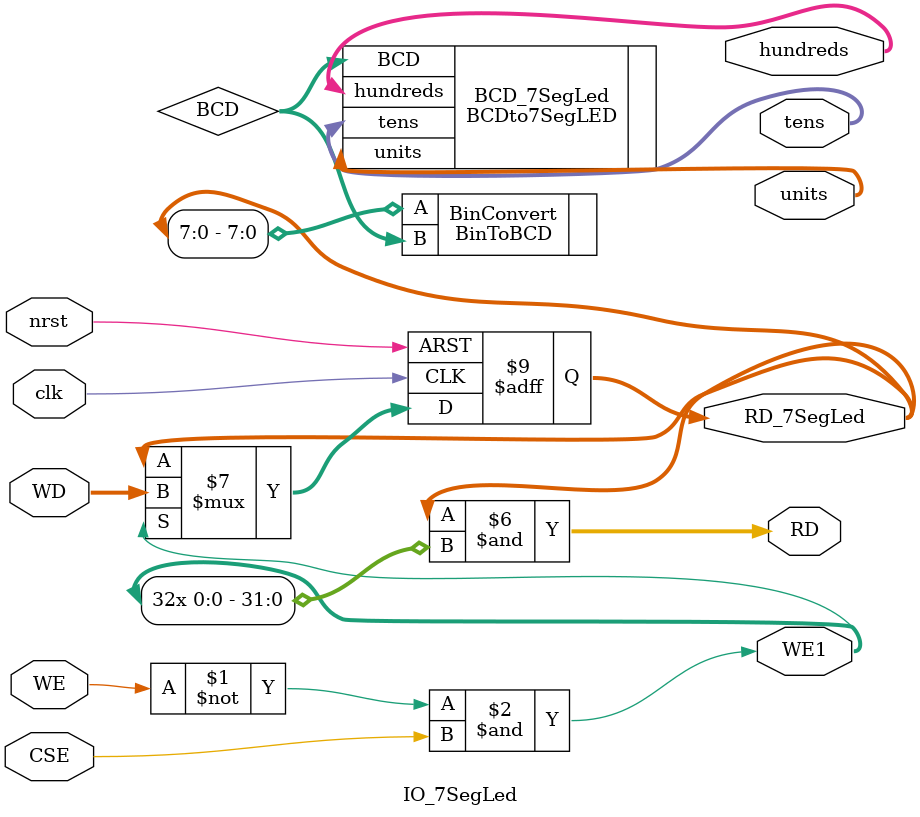
<source format=sv>
module IO_Block
(
	// Default IN-OUT 
	input clk, nrst,
	input [31:0] A,			// Address 
	input [31:0] RD,			// Write Data (IN)
	input WE, MREQ, 			// Write Enbale
	output [31:0] IO_Data,	// Read Data (OUT)
	
	// IN-OUT from device
	input [7:0] SW,			// SW input
	output [7:0] hundreds,	// Value send to 7SegLed
					 tens, 
					 units,
	output WE1,
	output [31:0] RD_7SegLed
);

// Wire
logic Select_SW, Select_SW1;
logic Select_7SegLed, Select_7SegLed1;
logic [31:0] RD_SW, RD_7Seg;

// CSE
Select_SW		IO_SW1		(.addr_in(A), .Select_SW(Select_SW1));
assign Select_SW = Select_SW1 & MREQ;

Select_7SegLed	IO_7SegLed1	(.addr_in(A), .Select_7SegLed(Select_7SegLed1));
assign Select_7SegLed = Select_7SegLed1 & MREQ;

// I/O
IO_SW	IN_OUT_SW	(
						.CSE(Select_SW),
						.SW(SW),
						.RD(RD_SW)
						
);

IO_7SegLed	IN_OUT_7SegLed(
									.CSE(Select_7SegLed),
									.WE(WE),
									.WD(RD),
									.RD(RD_7Seg),
									.RD_7SegLed(RD_7SegLed),
									.hundreds(hundreds),
									.tens(tens),
									.units(units),
									.WE1(WE1),
									.clk(clk),
									.nrst(nrst)
									
);

assign IO_Data = RD_SW | RD_7Seg;

endmodule 

//===========================Select SWITCH===========================

module Select_SW
(
	input [31:0] addr_in,	// Address for MEM
	output Select_SW
);


assign Select_SW =  (addr_in == 32'hFFFF_FFF0);

endmodule 

//===========================I/O SWITCH===========================

module IO_SW
(
	input CSE, 					// Chip Set Enable 
	input [7:0] SW,			// SW value 
	output [31:0] RD			// Data out (use for store in memory)
);

logic [31:0] RD1;

assign RD1 = {24'b0, SW[7:0]};

// CSE = 0 (Not select device) => No output data
// CSE = 1 (Select device) => output data = RD1
assign RD = RD1 & {32{CSE}};

endmodule 

//===========================Select 7SegLed===========================

module Select_7SegLed
(
	input [31:0] addr_in,	// Address for MEM
	output Select_7SegLed
);

assign Select_7SegLed =  (addr_in == 32'hFFFF_FFF8);

endmodule 

//===========================I/O 7SegLed===========================

module IO_7SegLed
(
	input CSE, 							// Chip Set Enable 
	input clk, nrst, WE,
	input [31:0] WD,					// Value use for calculate before display
	output [31:0] RD,					// Data out (use for store in memory)
	output [31:0] RD_7SegLed,
	output [7:0] hundreds,			// Value send to 7SegLed
					 tens, 
					 units,
	output WE1
);

// Wire 
// logic [31:0] RD_7SegLed;
logic [11:0] BCD;
//logic WE1;


// Calculate WE1
// WE = 1 : Store	=> Store to Memory
// WE = 0 : Load	=> Load to Register of 7SegLed
assign WE1 = ~WE & CSE;



// Temporary Register to Store data for display
always @(posedge clk or negedge nrst) begin
	if (!nrst) begin							
			RD_7SegLed <= {32'b0};
		end
		else 
	if (WE1 == 1'b1) begin						
			RD_7SegLed <= WD;										
	end
end


// CSE = 0 (Not select device) => No output data
// CSE = 1 (Select device) => output data = RD_7SegLed
assign RD = RD_7SegLed & {32{WE1}};


// Convert Binary to BCD 
BinToBCD	BinConvert (
							.A(RD_7SegLed[7:0]),		// input Binary value
							.B(BCD)				// BCD output
);

// BCD to 7SegLed
BCDto7SegLED	BCD_7SegLed (
									.BCD(BCD),
									.hundreds(hundreds),
									.tens(tens),
									.units(units)
);


endmodule 


</source>
